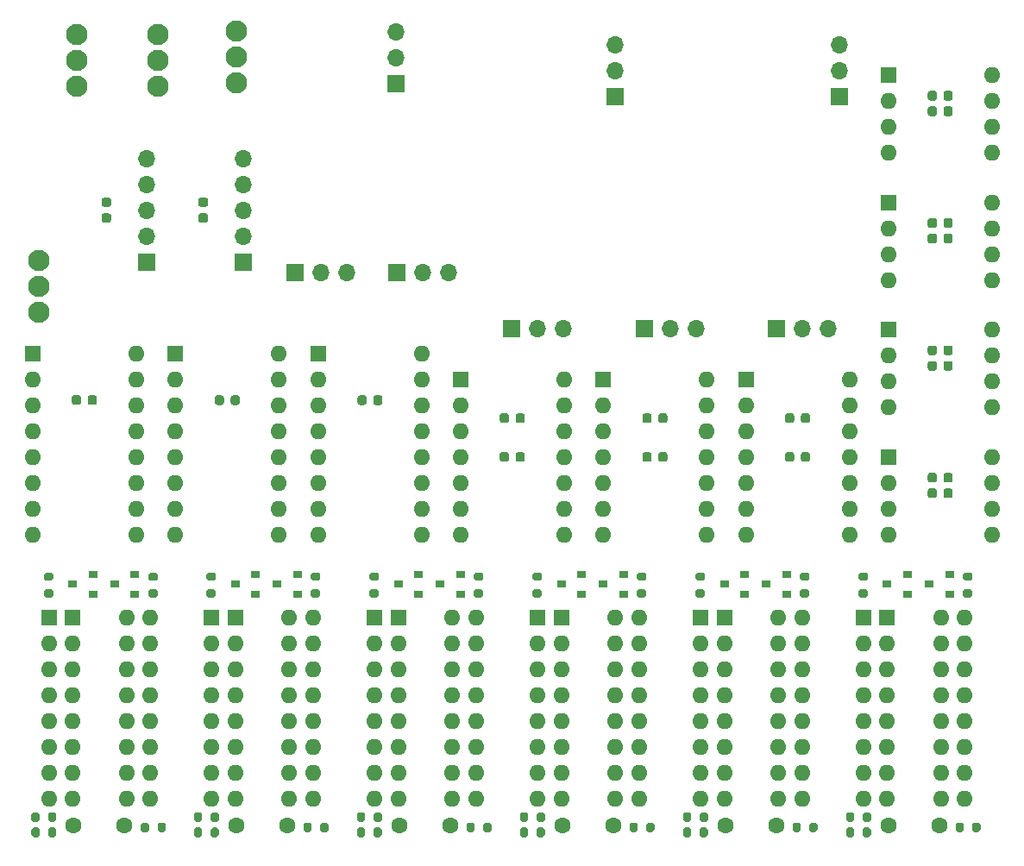
<source format=gbr>
%TF.GenerationSoftware,KiCad,Pcbnew,5.1.10-88a1d61d58~88~ubuntu18.04.1*%
%TF.CreationDate,2021-06-05T11:20:38+02:00*%
%TF.ProjectId,panel2,70616e65-6c32-42e6-9b69-6361645f7063,rev?*%
%TF.SameCoordinates,Original*%
%TF.FileFunction,Soldermask,Bot*%
%TF.FilePolarity,Negative*%
%FSLAX46Y46*%
G04 Gerber Fmt 4.6, Leading zero omitted, Abs format (unit mm)*
G04 Created by KiCad (PCBNEW 5.1.10-88a1d61d58~88~ubuntu18.04.1) date 2021-06-05 11:20:38*
%MOMM*%
%LPD*%
G01*
G04 APERTURE LIST*
%ADD10C,2.100000*%
%ADD11O,1.700000X1.700000*%
%ADD12R,1.700000X1.700000*%
%ADD13O,1.600000X1.600000*%
%ADD14R,1.600000X1.600000*%
%ADD15C,1.600000*%
%ADD16R,0.900000X0.800000*%
G04 APERTURE END LIST*
D10*
%TO.C,23*%
X101666000Y-68104000D03*
X101666000Y-65564000D03*
X101666000Y-63024000D03*
%TD*%
%TO.C,23*%
X105334000Y-40896000D03*
X105334000Y-43436000D03*
X105334000Y-45976000D03*
%TD*%
%TO.C,23*%
X113334000Y-40896000D03*
X113334000Y-43436000D03*
X113334000Y-45976000D03*
%TD*%
D11*
%TO.C,REF\u002A\u002A*%
X112200000Y-53040000D03*
X112200000Y-55580000D03*
X112200000Y-58120000D03*
X112200000Y-60660000D03*
D12*
X112200000Y-63200000D03*
%TD*%
%TO.C, *%
G36*
G01*
X108013000Y-58445000D02*
X108513000Y-58445000D01*
G75*
G02*
X108738000Y-58670000I0J-225000D01*
G01*
X108738000Y-59120000D01*
G75*
G02*
X108513000Y-59345000I-225000J0D01*
G01*
X108013000Y-59345000D01*
G75*
G02*
X107788000Y-59120000I0J225000D01*
G01*
X107788000Y-58670000D01*
G75*
G02*
X108013000Y-58445000I225000J0D01*
G01*
G37*
G36*
G01*
X108013000Y-56895000D02*
X108513000Y-56895000D01*
G75*
G02*
X108738000Y-57120000I0J-225000D01*
G01*
X108738000Y-57570000D01*
G75*
G02*
X108513000Y-57795000I-225000J0D01*
G01*
X108013000Y-57795000D01*
G75*
G02*
X107788000Y-57570000I0J225000D01*
G01*
X107788000Y-57120000D01*
G75*
G02*
X108013000Y-56895000I225000J0D01*
G01*
G37*
%TD*%
D11*
%TO.C,REF\u002A\u002A*%
X121700000Y-53040000D03*
X121700000Y-55580000D03*
X121700000Y-58120000D03*
X121700000Y-60660000D03*
D12*
X121700000Y-63200000D03*
%TD*%
%TO.C, *%
G36*
G01*
X117513000Y-58445000D02*
X118013000Y-58445000D01*
G75*
G02*
X118238000Y-58670000I0J-225000D01*
G01*
X118238000Y-59120000D01*
G75*
G02*
X118013000Y-59345000I-225000J0D01*
G01*
X117513000Y-59345000D01*
G75*
G02*
X117288000Y-59120000I0J225000D01*
G01*
X117288000Y-58670000D01*
G75*
G02*
X117513000Y-58445000I225000J0D01*
G01*
G37*
G36*
G01*
X117513000Y-56895000D02*
X118013000Y-56895000D01*
G75*
G02*
X118238000Y-57120000I0J-225000D01*
G01*
X118238000Y-57570000D01*
G75*
G02*
X118013000Y-57795000I-225000J0D01*
G01*
X117513000Y-57795000D01*
G75*
G02*
X117288000Y-57570000I0J225000D01*
G01*
X117288000Y-57120000D01*
G75*
G02*
X117513000Y-56895000I225000J0D01*
G01*
G37*
%TD*%
D11*
%TO.C,MAF*%
X136722000Y-40642000D03*
X136722000Y-43182000D03*
D12*
X136722000Y-45722000D03*
%TD*%
D11*
%TO.C,MAF*%
X131858000Y-64222000D03*
X129318000Y-64222000D03*
D12*
X126778000Y-64222000D03*
%TD*%
D11*
%TO.C,MAF*%
X141858000Y-64222000D03*
X139318000Y-64222000D03*
D12*
X136778000Y-64222000D03*
%TD*%
D11*
%TO.C,D2PAK*%
X158222000Y-41872000D03*
X158222000Y-44412000D03*
D12*
X158222000Y-46952000D03*
%TD*%
D11*
%TO.C,D2PAK*%
X180222000Y-41872000D03*
X180222000Y-44412000D03*
D12*
X180222000Y-46952000D03*
%TD*%
D11*
%TO.C,D2PAK*%
X153128000Y-69722000D03*
X150588000Y-69722000D03*
D12*
X148048000Y-69722000D03*
%TD*%
D11*
%TO.C,D2PAK*%
X166128000Y-69722000D03*
X163588000Y-69722000D03*
D12*
X161048000Y-69722000D03*
%TD*%
D11*
%TO.C,D2PAK*%
X179128000Y-69722000D03*
X176588000Y-69722000D03*
D12*
X174048000Y-69722000D03*
%TD*%
D13*
%TO.C,MAF*%
X195176000Y-44856000D03*
X185016000Y-52476000D03*
X195176000Y-47396000D03*
X185016000Y-49936000D03*
X195176000Y-49936000D03*
X185016000Y-47396000D03*
X195176000Y-52476000D03*
D14*
X185016000Y-44856000D03*
%TD*%
%TO.C,OPAMP*%
G36*
G01*
X190421000Y-48662000D02*
X190421000Y-48162000D01*
G75*
G02*
X190646000Y-47937000I225000J0D01*
G01*
X191096000Y-47937000D01*
G75*
G02*
X191321000Y-48162000I0J-225000D01*
G01*
X191321000Y-48662000D01*
G75*
G02*
X191096000Y-48887000I-225000J0D01*
G01*
X190646000Y-48887000D01*
G75*
G02*
X190421000Y-48662000I0J225000D01*
G01*
G37*
G36*
G01*
X188871000Y-48662000D02*
X188871000Y-48162000D01*
G75*
G02*
X189096000Y-47937000I225000J0D01*
G01*
X189546000Y-47937000D01*
G75*
G02*
X189771000Y-48162000I0J-225000D01*
G01*
X189771000Y-48662000D01*
G75*
G02*
X189546000Y-48887000I-225000J0D01*
G01*
X189096000Y-48887000D01*
G75*
G02*
X188871000Y-48662000I0J225000D01*
G01*
G37*
%TD*%
%TO.C,IC*%
G36*
G01*
X190421000Y-47138000D02*
X190421000Y-46638000D01*
G75*
G02*
X190646000Y-46413000I225000J0D01*
G01*
X191096000Y-46413000D01*
G75*
G02*
X191321000Y-46638000I0J-225000D01*
G01*
X191321000Y-47138000D01*
G75*
G02*
X191096000Y-47363000I-225000J0D01*
G01*
X190646000Y-47363000D01*
G75*
G02*
X190421000Y-47138000I0J225000D01*
G01*
G37*
G36*
G01*
X188871000Y-47138000D02*
X188871000Y-46638000D01*
G75*
G02*
X189096000Y-46413000I225000J0D01*
G01*
X189546000Y-46413000D01*
G75*
G02*
X189771000Y-46638000I0J-225000D01*
G01*
X189771000Y-47138000D01*
G75*
G02*
X189546000Y-47363000I-225000J0D01*
G01*
X189096000Y-47363000D01*
G75*
G02*
X188871000Y-47138000I0J225000D01*
G01*
G37*
%TD*%
D13*
%TO.C,MAF*%
X195176000Y-57356000D03*
X185016000Y-64976000D03*
X195176000Y-59896000D03*
X185016000Y-62436000D03*
X195176000Y-62436000D03*
X185016000Y-59896000D03*
X195176000Y-64976000D03*
D14*
X185016000Y-57356000D03*
%TD*%
%TO.C,OPAMP*%
G36*
G01*
X190421000Y-61162000D02*
X190421000Y-60662000D01*
G75*
G02*
X190646000Y-60437000I225000J0D01*
G01*
X191096000Y-60437000D01*
G75*
G02*
X191321000Y-60662000I0J-225000D01*
G01*
X191321000Y-61162000D01*
G75*
G02*
X191096000Y-61387000I-225000J0D01*
G01*
X190646000Y-61387000D01*
G75*
G02*
X190421000Y-61162000I0J225000D01*
G01*
G37*
G36*
G01*
X188871000Y-61162000D02*
X188871000Y-60662000D01*
G75*
G02*
X189096000Y-60437000I225000J0D01*
G01*
X189546000Y-60437000D01*
G75*
G02*
X189771000Y-60662000I0J-225000D01*
G01*
X189771000Y-61162000D01*
G75*
G02*
X189546000Y-61387000I-225000J0D01*
G01*
X189096000Y-61387000D01*
G75*
G02*
X188871000Y-61162000I0J225000D01*
G01*
G37*
%TD*%
%TO.C,IC*%
G36*
G01*
X190421000Y-59638000D02*
X190421000Y-59138000D01*
G75*
G02*
X190646000Y-58913000I225000J0D01*
G01*
X191096000Y-58913000D01*
G75*
G02*
X191321000Y-59138000I0J-225000D01*
G01*
X191321000Y-59638000D01*
G75*
G02*
X191096000Y-59863000I-225000J0D01*
G01*
X190646000Y-59863000D01*
G75*
G02*
X190421000Y-59638000I0J225000D01*
G01*
G37*
G36*
G01*
X188871000Y-59638000D02*
X188871000Y-59138000D01*
G75*
G02*
X189096000Y-58913000I225000J0D01*
G01*
X189546000Y-58913000D01*
G75*
G02*
X189771000Y-59138000I0J-225000D01*
G01*
X189771000Y-59638000D01*
G75*
G02*
X189546000Y-59863000I-225000J0D01*
G01*
X189096000Y-59863000D01*
G75*
G02*
X188871000Y-59638000I0J225000D01*
G01*
G37*
%TD*%
D13*
%TO.C,MAF*%
X195176000Y-69856000D03*
X185016000Y-77476000D03*
X195176000Y-72396000D03*
X185016000Y-74936000D03*
X195176000Y-74936000D03*
X185016000Y-72396000D03*
X195176000Y-77476000D03*
D14*
X185016000Y-69856000D03*
%TD*%
%TO.C,OPAMP*%
G36*
G01*
X190421000Y-73662000D02*
X190421000Y-73162000D01*
G75*
G02*
X190646000Y-72937000I225000J0D01*
G01*
X191096000Y-72937000D01*
G75*
G02*
X191321000Y-73162000I0J-225000D01*
G01*
X191321000Y-73662000D01*
G75*
G02*
X191096000Y-73887000I-225000J0D01*
G01*
X190646000Y-73887000D01*
G75*
G02*
X190421000Y-73662000I0J225000D01*
G01*
G37*
G36*
G01*
X188871000Y-73662000D02*
X188871000Y-73162000D01*
G75*
G02*
X189096000Y-72937000I225000J0D01*
G01*
X189546000Y-72937000D01*
G75*
G02*
X189771000Y-73162000I0J-225000D01*
G01*
X189771000Y-73662000D01*
G75*
G02*
X189546000Y-73887000I-225000J0D01*
G01*
X189096000Y-73887000D01*
G75*
G02*
X188871000Y-73662000I0J225000D01*
G01*
G37*
%TD*%
%TO.C,IC*%
G36*
G01*
X190421000Y-72138000D02*
X190421000Y-71638000D01*
G75*
G02*
X190646000Y-71413000I225000J0D01*
G01*
X191096000Y-71413000D01*
G75*
G02*
X191321000Y-71638000I0J-225000D01*
G01*
X191321000Y-72138000D01*
G75*
G02*
X191096000Y-72363000I-225000J0D01*
G01*
X190646000Y-72363000D01*
G75*
G02*
X190421000Y-72138000I0J225000D01*
G01*
G37*
G36*
G01*
X188871000Y-72138000D02*
X188871000Y-71638000D01*
G75*
G02*
X189096000Y-71413000I225000J0D01*
G01*
X189546000Y-71413000D01*
G75*
G02*
X189771000Y-71638000I0J-225000D01*
G01*
X189771000Y-72138000D01*
G75*
G02*
X189546000Y-72363000I-225000J0D01*
G01*
X189096000Y-72363000D01*
G75*
G02*
X188871000Y-72138000I0J225000D01*
G01*
G37*
%TD*%
D13*
%TO.C,MAF*%
X195176000Y-82356000D03*
X185016000Y-89976000D03*
X195176000Y-84896000D03*
X185016000Y-87436000D03*
X195176000Y-87436000D03*
X185016000Y-84896000D03*
X195176000Y-89976000D03*
D14*
X185016000Y-82356000D03*
%TD*%
%TO.C,OPAMP*%
G36*
G01*
X190421000Y-86162000D02*
X190421000Y-85662000D01*
G75*
G02*
X190646000Y-85437000I225000J0D01*
G01*
X191096000Y-85437000D01*
G75*
G02*
X191321000Y-85662000I0J-225000D01*
G01*
X191321000Y-86162000D01*
G75*
G02*
X191096000Y-86387000I-225000J0D01*
G01*
X190646000Y-86387000D01*
G75*
G02*
X190421000Y-86162000I0J225000D01*
G01*
G37*
G36*
G01*
X188871000Y-86162000D02*
X188871000Y-85662000D01*
G75*
G02*
X189096000Y-85437000I225000J0D01*
G01*
X189546000Y-85437000D01*
G75*
G02*
X189771000Y-85662000I0J-225000D01*
G01*
X189771000Y-86162000D01*
G75*
G02*
X189546000Y-86387000I-225000J0D01*
G01*
X189096000Y-86387000D01*
G75*
G02*
X188871000Y-86162000I0J225000D01*
G01*
G37*
%TD*%
%TO.C,IC*%
G36*
G01*
X190421000Y-84638000D02*
X190421000Y-84138000D01*
G75*
G02*
X190646000Y-83913000I225000J0D01*
G01*
X191096000Y-83913000D01*
G75*
G02*
X191321000Y-84138000I0J-225000D01*
G01*
X191321000Y-84638000D01*
G75*
G02*
X191096000Y-84863000I-225000J0D01*
G01*
X190646000Y-84863000D01*
G75*
G02*
X190421000Y-84638000I0J225000D01*
G01*
G37*
G36*
G01*
X188871000Y-84638000D02*
X188871000Y-84138000D01*
G75*
G02*
X189096000Y-83913000I225000J0D01*
G01*
X189546000Y-83913000D01*
G75*
G02*
X189771000Y-84138000I0J-225000D01*
G01*
X189771000Y-84638000D01*
G75*
G02*
X189546000Y-84863000I-225000J0D01*
G01*
X189096000Y-84863000D01*
G75*
G02*
X188871000Y-84638000I0J225000D01*
G01*
G37*
%TD*%
%TO.C,REF\u002A\u002A*%
G36*
G01*
X176421000Y-82606000D02*
X176421000Y-82106000D01*
G75*
G02*
X176646000Y-81881000I225000J0D01*
G01*
X177096000Y-81881000D01*
G75*
G02*
X177321000Y-82106000I0J-225000D01*
G01*
X177321000Y-82606000D01*
G75*
G02*
X177096000Y-82831000I-225000J0D01*
G01*
X176646000Y-82831000D01*
G75*
G02*
X176421000Y-82606000I0J225000D01*
G01*
G37*
G36*
G01*
X174871000Y-82606000D02*
X174871000Y-82106000D01*
G75*
G02*
X175096000Y-81881000I225000J0D01*
G01*
X175546000Y-81881000D01*
G75*
G02*
X175771000Y-82106000I0J-225000D01*
G01*
X175771000Y-82606000D01*
G75*
G02*
X175546000Y-82831000I-225000J0D01*
G01*
X175096000Y-82831000D01*
G75*
G02*
X174871000Y-82606000I0J225000D01*
G01*
G37*
%TD*%
D13*
%TO.C,MAF*%
X181176000Y-74736000D03*
X171016000Y-89976000D03*
X181176000Y-77276000D03*
X171016000Y-87436000D03*
X181176000Y-79816000D03*
X171016000Y-84896000D03*
X181176000Y-82356000D03*
X171016000Y-82356000D03*
X181176000Y-84896000D03*
X171016000Y-79816000D03*
X181176000Y-87436000D03*
X171016000Y-77276000D03*
X181176000Y-89976000D03*
D14*
X171016000Y-74736000D03*
%TD*%
%TO.C,REF\u002A\u002A*%
G36*
G01*
X176421000Y-78796000D02*
X176421000Y-78296000D01*
G75*
G02*
X176646000Y-78071000I225000J0D01*
G01*
X177096000Y-78071000D01*
G75*
G02*
X177321000Y-78296000I0J-225000D01*
G01*
X177321000Y-78796000D01*
G75*
G02*
X177096000Y-79021000I-225000J0D01*
G01*
X176646000Y-79021000D01*
G75*
G02*
X176421000Y-78796000I0J225000D01*
G01*
G37*
G36*
G01*
X174871000Y-78796000D02*
X174871000Y-78296000D01*
G75*
G02*
X175096000Y-78071000I225000J0D01*
G01*
X175546000Y-78071000D01*
G75*
G02*
X175771000Y-78296000I0J-225000D01*
G01*
X175771000Y-78796000D01*
G75*
G02*
X175546000Y-79021000I-225000J0D01*
G01*
X175096000Y-79021000D01*
G75*
G02*
X174871000Y-78796000I0J225000D01*
G01*
G37*
%TD*%
%TO.C,REF\u002A\u002A*%
G36*
G01*
X162421000Y-82606000D02*
X162421000Y-82106000D01*
G75*
G02*
X162646000Y-81881000I225000J0D01*
G01*
X163096000Y-81881000D01*
G75*
G02*
X163321000Y-82106000I0J-225000D01*
G01*
X163321000Y-82606000D01*
G75*
G02*
X163096000Y-82831000I-225000J0D01*
G01*
X162646000Y-82831000D01*
G75*
G02*
X162421000Y-82606000I0J225000D01*
G01*
G37*
G36*
G01*
X160871000Y-82606000D02*
X160871000Y-82106000D01*
G75*
G02*
X161096000Y-81881000I225000J0D01*
G01*
X161546000Y-81881000D01*
G75*
G02*
X161771000Y-82106000I0J-225000D01*
G01*
X161771000Y-82606000D01*
G75*
G02*
X161546000Y-82831000I-225000J0D01*
G01*
X161096000Y-82831000D01*
G75*
G02*
X160871000Y-82606000I0J225000D01*
G01*
G37*
%TD*%
D13*
%TO.C,MAF*%
X167176000Y-74736000D03*
X157016000Y-89976000D03*
X167176000Y-77276000D03*
X157016000Y-87436000D03*
X167176000Y-79816000D03*
X157016000Y-84896000D03*
X167176000Y-82356000D03*
X157016000Y-82356000D03*
X167176000Y-84896000D03*
X157016000Y-79816000D03*
X167176000Y-87436000D03*
X157016000Y-77276000D03*
X167176000Y-89976000D03*
D14*
X157016000Y-74736000D03*
%TD*%
%TO.C,REF\u002A\u002A*%
G36*
G01*
X162421000Y-78796000D02*
X162421000Y-78296000D01*
G75*
G02*
X162646000Y-78071000I225000J0D01*
G01*
X163096000Y-78071000D01*
G75*
G02*
X163321000Y-78296000I0J-225000D01*
G01*
X163321000Y-78796000D01*
G75*
G02*
X163096000Y-79021000I-225000J0D01*
G01*
X162646000Y-79021000D01*
G75*
G02*
X162421000Y-78796000I0J225000D01*
G01*
G37*
G36*
G01*
X160871000Y-78796000D02*
X160871000Y-78296000D01*
G75*
G02*
X161096000Y-78071000I225000J0D01*
G01*
X161546000Y-78071000D01*
G75*
G02*
X161771000Y-78296000I0J-225000D01*
G01*
X161771000Y-78796000D01*
G75*
G02*
X161546000Y-79021000I-225000J0D01*
G01*
X161096000Y-79021000D01*
G75*
G02*
X160871000Y-78796000I0J225000D01*
G01*
G37*
%TD*%
%TO.C,REF\u002A\u002A*%
G36*
G01*
X148421000Y-82606000D02*
X148421000Y-82106000D01*
G75*
G02*
X148646000Y-81881000I225000J0D01*
G01*
X149096000Y-81881000D01*
G75*
G02*
X149321000Y-82106000I0J-225000D01*
G01*
X149321000Y-82606000D01*
G75*
G02*
X149096000Y-82831000I-225000J0D01*
G01*
X148646000Y-82831000D01*
G75*
G02*
X148421000Y-82606000I0J225000D01*
G01*
G37*
G36*
G01*
X146871000Y-82606000D02*
X146871000Y-82106000D01*
G75*
G02*
X147096000Y-81881000I225000J0D01*
G01*
X147546000Y-81881000D01*
G75*
G02*
X147771000Y-82106000I0J-225000D01*
G01*
X147771000Y-82606000D01*
G75*
G02*
X147546000Y-82831000I-225000J0D01*
G01*
X147096000Y-82831000D01*
G75*
G02*
X146871000Y-82606000I0J225000D01*
G01*
G37*
%TD*%
D13*
%TO.C,MAF*%
X153176000Y-74736000D03*
X143016000Y-89976000D03*
X153176000Y-77276000D03*
X143016000Y-87436000D03*
X153176000Y-79816000D03*
X143016000Y-84896000D03*
X153176000Y-82356000D03*
X143016000Y-82356000D03*
X153176000Y-84896000D03*
X143016000Y-79816000D03*
X153176000Y-87436000D03*
X143016000Y-77276000D03*
X153176000Y-89976000D03*
D14*
X143016000Y-74736000D03*
%TD*%
%TO.C,REF\u002A\u002A*%
G36*
G01*
X148421000Y-78796000D02*
X148421000Y-78296000D01*
G75*
G02*
X148646000Y-78071000I225000J0D01*
G01*
X149096000Y-78071000D01*
G75*
G02*
X149321000Y-78296000I0J-225000D01*
G01*
X149321000Y-78796000D01*
G75*
G02*
X149096000Y-79021000I-225000J0D01*
G01*
X148646000Y-79021000D01*
G75*
G02*
X148421000Y-78796000I0J225000D01*
G01*
G37*
G36*
G01*
X146871000Y-78796000D02*
X146871000Y-78296000D01*
G75*
G02*
X147096000Y-78071000I225000J0D01*
G01*
X147546000Y-78071000D01*
G75*
G02*
X147771000Y-78296000I0J-225000D01*
G01*
X147771000Y-78796000D01*
G75*
G02*
X147546000Y-79021000I-225000J0D01*
G01*
X147096000Y-79021000D01*
G75*
G02*
X146871000Y-78796000I0J225000D01*
G01*
G37*
%TD*%
%TO.C,MAF*%
X129050000Y-72200000D03*
D13*
X139210000Y-89980000D03*
X129050000Y-74740000D03*
X139210000Y-87440000D03*
X129050000Y-77280000D03*
X139210000Y-84900000D03*
X129050000Y-79820000D03*
X139210000Y-82360000D03*
X129050000Y-82360000D03*
X139210000Y-79820000D03*
X129050000Y-84900000D03*
X139210000Y-77280000D03*
X129050000Y-87440000D03*
X139210000Y-74740000D03*
X129050000Y-89980000D03*
X139210000Y-72200000D03*
%TD*%
%TO.C,IC*%
G36*
G01*
X132905000Y-77022000D02*
X132905000Y-76522000D01*
G75*
G02*
X133130000Y-76297000I225000J0D01*
G01*
X133580000Y-76297000D01*
G75*
G02*
X133805000Y-76522000I0J-225000D01*
G01*
X133805000Y-77022000D01*
G75*
G02*
X133580000Y-77247000I-225000J0D01*
G01*
X133130000Y-77247000D01*
G75*
G02*
X132905000Y-77022000I0J225000D01*
G01*
G37*
G36*
G01*
X134455000Y-77022000D02*
X134455000Y-76522000D01*
G75*
G02*
X134680000Y-76297000I225000J0D01*
G01*
X135130000Y-76297000D01*
G75*
G02*
X135355000Y-76522000I0J-225000D01*
G01*
X135355000Y-77022000D01*
G75*
G02*
X135130000Y-77247000I-225000J0D01*
G01*
X134680000Y-77247000D01*
G75*
G02*
X134455000Y-77022000I0J225000D01*
G01*
G37*
%TD*%
D14*
%TO.C,MAF*%
X115050000Y-72200000D03*
D13*
X125210000Y-89980000D03*
X115050000Y-74740000D03*
X125210000Y-87440000D03*
X115050000Y-77280000D03*
X125210000Y-84900000D03*
X115050000Y-79820000D03*
X125210000Y-82360000D03*
X115050000Y-82360000D03*
X125210000Y-79820000D03*
X115050000Y-84900000D03*
X125210000Y-77280000D03*
X115050000Y-87440000D03*
X125210000Y-74740000D03*
X115050000Y-89980000D03*
X125210000Y-72200000D03*
%TD*%
%TO.C,IC*%
G36*
G01*
X118905000Y-77022000D02*
X118905000Y-76522000D01*
G75*
G02*
X119130000Y-76297000I225000J0D01*
G01*
X119580000Y-76297000D01*
G75*
G02*
X119805000Y-76522000I0J-225000D01*
G01*
X119805000Y-77022000D01*
G75*
G02*
X119580000Y-77247000I-225000J0D01*
G01*
X119130000Y-77247000D01*
G75*
G02*
X118905000Y-77022000I0J225000D01*
G01*
G37*
G36*
G01*
X120455000Y-77022000D02*
X120455000Y-76522000D01*
G75*
G02*
X120680000Y-76297000I225000J0D01*
G01*
X121130000Y-76297000D01*
G75*
G02*
X121355000Y-76522000I0J-225000D01*
G01*
X121355000Y-77022000D01*
G75*
G02*
X121130000Y-77247000I-225000J0D01*
G01*
X120680000Y-77247000D01*
G75*
G02*
X120455000Y-77022000I0J225000D01*
G01*
G37*
%TD*%
%TO.C,MAF*%
X111176000Y-72196000D03*
X101016000Y-89976000D03*
X111176000Y-74736000D03*
X101016000Y-87436000D03*
X111176000Y-77276000D03*
X101016000Y-84896000D03*
X111176000Y-79816000D03*
X101016000Y-82356000D03*
X111176000Y-82356000D03*
X101016000Y-79816000D03*
X111176000Y-84896000D03*
X101016000Y-77276000D03*
X111176000Y-87436000D03*
X101016000Y-74736000D03*
X111176000Y-89976000D03*
D14*
X101016000Y-72196000D03*
%TD*%
%TO.C,IC*%
G36*
G01*
X106421000Y-77018000D02*
X106421000Y-76518000D01*
G75*
G02*
X106646000Y-76293000I225000J0D01*
G01*
X107096000Y-76293000D01*
G75*
G02*
X107321000Y-76518000I0J-225000D01*
G01*
X107321000Y-77018000D01*
G75*
G02*
X107096000Y-77243000I-225000J0D01*
G01*
X106646000Y-77243000D01*
G75*
G02*
X106421000Y-77018000I0J225000D01*
G01*
G37*
G36*
G01*
X104871000Y-77018000D02*
X104871000Y-76518000D01*
G75*
G02*
X105096000Y-76293000I225000J0D01*
G01*
X105546000Y-76293000D01*
G75*
G02*
X105771000Y-76518000I0J-225000D01*
G01*
X105771000Y-77018000D01*
G75*
G02*
X105546000Y-77243000I-225000J0D01*
G01*
X105096000Y-77243000D01*
G75*
G02*
X104871000Y-77018000I0J225000D01*
G01*
G37*
%TD*%
D10*
%TO.C,23*%
X121010000Y-45656000D03*
X121010000Y-43116000D03*
X121010000Y-40576000D03*
%TD*%
%TO.C,R107*%
G36*
G01*
X192400000Y-118425000D02*
X192400000Y-118975000D01*
G75*
G02*
X192200000Y-119175000I-200000J0D01*
G01*
X191800000Y-119175000D01*
G75*
G02*
X191600000Y-118975000I0J200000D01*
G01*
X191600000Y-118425000D01*
G75*
G02*
X191800000Y-118225000I200000J0D01*
G01*
X192200000Y-118225000D01*
G75*
G02*
X192400000Y-118425000I0J-200000D01*
G01*
G37*
G36*
G01*
X194050000Y-118425000D02*
X194050000Y-118975000D01*
G75*
G02*
X193850000Y-119175000I-200000J0D01*
G01*
X193450000Y-119175000D01*
G75*
G02*
X193250000Y-118975000I0J200000D01*
G01*
X193250000Y-118425000D01*
G75*
G02*
X193450000Y-118225000I200000J0D01*
G01*
X193850000Y-118225000D01*
G75*
G02*
X194050000Y-118425000I0J-200000D01*
G01*
G37*
%TD*%
%TO.C,R102*%
G36*
G01*
X193075000Y-94500000D02*
X192525000Y-94500000D01*
G75*
G02*
X192325000Y-94300000I0J200000D01*
G01*
X192325000Y-93900000D01*
G75*
G02*
X192525000Y-93700000I200000J0D01*
G01*
X193075000Y-93700000D01*
G75*
G02*
X193275000Y-93900000I0J-200000D01*
G01*
X193275000Y-94300000D01*
G75*
G02*
X193075000Y-94500000I-200000J0D01*
G01*
G37*
G36*
G01*
X193075000Y-96150000D02*
X192525000Y-96150000D01*
G75*
G02*
X192325000Y-95950000I0J200000D01*
G01*
X192325000Y-95550000D01*
G75*
G02*
X192525000Y-95350000I200000J0D01*
G01*
X193075000Y-95350000D01*
G75*
G02*
X193275000Y-95550000I0J-200000D01*
G01*
X193275000Y-95950000D01*
G75*
G02*
X193075000Y-96150000I-200000J0D01*
G01*
G37*
%TD*%
D13*
%TO.C,U102*%
X192520000Y-98100000D03*
X184900000Y-115880000D03*
X192520000Y-100640000D03*
X184900000Y-113340000D03*
X192520000Y-103180000D03*
X184900000Y-110800000D03*
X192520000Y-105720000D03*
X184900000Y-108260000D03*
X192520000Y-108260000D03*
X184900000Y-105720000D03*
X192520000Y-110800000D03*
X184900000Y-103180000D03*
X192520000Y-113340000D03*
X184900000Y-100640000D03*
X192520000Y-115880000D03*
D14*
X184900000Y-98100000D03*
%TD*%
%TO.C,R108*%
G36*
G01*
X182825000Y-94500000D02*
X182275000Y-94500000D01*
G75*
G02*
X182075000Y-94300000I0J200000D01*
G01*
X182075000Y-93900000D01*
G75*
G02*
X182275000Y-93700000I200000J0D01*
G01*
X182825000Y-93700000D01*
G75*
G02*
X183025000Y-93900000I0J-200000D01*
G01*
X183025000Y-94300000D01*
G75*
G02*
X182825000Y-94500000I-200000J0D01*
G01*
G37*
G36*
G01*
X182825000Y-96150000D02*
X182275000Y-96150000D01*
G75*
G02*
X182075000Y-95950000I0J200000D01*
G01*
X182075000Y-95550000D01*
G75*
G02*
X182275000Y-95350000I200000J0D01*
G01*
X182825000Y-95350000D01*
G75*
G02*
X183025000Y-95550000I0J-200000D01*
G01*
X183025000Y-95950000D01*
G75*
G02*
X182825000Y-96150000I-200000J0D01*
G01*
G37*
%TD*%
D13*
%TO.C,U101*%
X190220000Y-98100000D03*
X182600000Y-115880000D03*
X190220000Y-100640000D03*
X182600000Y-113340000D03*
X190220000Y-103180000D03*
X182600000Y-110800000D03*
X190220000Y-105720000D03*
X182600000Y-108260000D03*
X190220000Y-108260000D03*
X182600000Y-105720000D03*
X190220000Y-110800000D03*
X182600000Y-103180000D03*
X190220000Y-113340000D03*
X182600000Y-100640000D03*
X190220000Y-115880000D03*
D14*
X182600000Y-98100000D03*
%TD*%
%TO.C,R101*%
G36*
G01*
X180850000Y-117975000D02*
X180850000Y-117425000D01*
G75*
G02*
X181050000Y-117225000I200000J0D01*
G01*
X181450000Y-117225000D01*
G75*
G02*
X181650000Y-117425000I0J-200000D01*
G01*
X181650000Y-117975000D01*
G75*
G02*
X181450000Y-118175000I-200000J0D01*
G01*
X181050000Y-118175000D01*
G75*
G02*
X180850000Y-117975000I0J200000D01*
G01*
G37*
G36*
G01*
X182500000Y-117975000D02*
X182500000Y-117425000D01*
G75*
G02*
X182700000Y-117225000I200000J0D01*
G01*
X183100000Y-117225000D01*
G75*
G02*
X183300000Y-117425000I0J-200000D01*
G01*
X183300000Y-117975000D01*
G75*
G02*
X183100000Y-118175000I-200000J0D01*
G01*
X182700000Y-118175000D01*
G75*
G02*
X182500000Y-117975000I0J200000D01*
G01*
G37*
%TD*%
D15*
%TO.C,C101*%
X185000000Y-118500000D03*
X190000000Y-118500000D03*
%TD*%
%TO.C,R103*%
G36*
G01*
X182500000Y-119475000D02*
X182500000Y-118925000D01*
G75*
G02*
X182700000Y-118725000I200000J0D01*
G01*
X183100000Y-118725000D01*
G75*
G02*
X183300000Y-118925000I0J-200000D01*
G01*
X183300000Y-119475000D01*
G75*
G02*
X183100000Y-119675000I-200000J0D01*
G01*
X182700000Y-119675000D01*
G75*
G02*
X182500000Y-119475000I0J200000D01*
G01*
G37*
G36*
G01*
X180850000Y-119475000D02*
X180850000Y-118925000D01*
G75*
G02*
X181050000Y-118725000I200000J0D01*
G01*
X181450000Y-118725000D01*
G75*
G02*
X181650000Y-118925000I0J-200000D01*
G01*
X181650000Y-119475000D01*
G75*
G02*
X181450000Y-119675000I-200000J0D01*
G01*
X181050000Y-119675000D01*
G75*
G02*
X180850000Y-119475000I0J200000D01*
G01*
G37*
%TD*%
D16*
%TO.C,Q101*%
X189000000Y-94850000D03*
X191000000Y-95800000D03*
X191000000Y-93900000D03*
%TD*%
%TO.C,Q104*%
X184900000Y-94850000D03*
X186900000Y-95800000D03*
X186900000Y-93900000D03*
%TD*%
%TO.C,R107*%
G36*
G01*
X176400000Y-118425000D02*
X176400000Y-118975000D01*
G75*
G02*
X176200000Y-119175000I-200000J0D01*
G01*
X175800000Y-119175000D01*
G75*
G02*
X175600000Y-118975000I0J200000D01*
G01*
X175600000Y-118425000D01*
G75*
G02*
X175800000Y-118225000I200000J0D01*
G01*
X176200000Y-118225000D01*
G75*
G02*
X176400000Y-118425000I0J-200000D01*
G01*
G37*
G36*
G01*
X178050000Y-118425000D02*
X178050000Y-118975000D01*
G75*
G02*
X177850000Y-119175000I-200000J0D01*
G01*
X177450000Y-119175000D01*
G75*
G02*
X177250000Y-118975000I0J200000D01*
G01*
X177250000Y-118425000D01*
G75*
G02*
X177450000Y-118225000I200000J0D01*
G01*
X177850000Y-118225000D01*
G75*
G02*
X178050000Y-118425000I0J-200000D01*
G01*
G37*
%TD*%
%TO.C,R102*%
G36*
G01*
X177075000Y-94500000D02*
X176525000Y-94500000D01*
G75*
G02*
X176325000Y-94300000I0J200000D01*
G01*
X176325000Y-93900000D01*
G75*
G02*
X176525000Y-93700000I200000J0D01*
G01*
X177075000Y-93700000D01*
G75*
G02*
X177275000Y-93900000I0J-200000D01*
G01*
X177275000Y-94300000D01*
G75*
G02*
X177075000Y-94500000I-200000J0D01*
G01*
G37*
G36*
G01*
X177075000Y-96150000D02*
X176525000Y-96150000D01*
G75*
G02*
X176325000Y-95950000I0J200000D01*
G01*
X176325000Y-95550000D01*
G75*
G02*
X176525000Y-95350000I200000J0D01*
G01*
X177075000Y-95350000D01*
G75*
G02*
X177275000Y-95550000I0J-200000D01*
G01*
X177275000Y-95950000D01*
G75*
G02*
X177075000Y-96150000I-200000J0D01*
G01*
G37*
%TD*%
D13*
%TO.C,U102*%
X176520000Y-98100000D03*
X168900000Y-115880000D03*
X176520000Y-100640000D03*
X168900000Y-113340000D03*
X176520000Y-103180000D03*
X168900000Y-110800000D03*
X176520000Y-105720000D03*
X168900000Y-108260000D03*
X176520000Y-108260000D03*
X168900000Y-105720000D03*
X176520000Y-110800000D03*
X168900000Y-103180000D03*
X176520000Y-113340000D03*
X168900000Y-100640000D03*
X176520000Y-115880000D03*
D14*
X168900000Y-98100000D03*
%TD*%
%TO.C,R108*%
G36*
G01*
X166825000Y-94500000D02*
X166275000Y-94500000D01*
G75*
G02*
X166075000Y-94300000I0J200000D01*
G01*
X166075000Y-93900000D01*
G75*
G02*
X166275000Y-93700000I200000J0D01*
G01*
X166825000Y-93700000D01*
G75*
G02*
X167025000Y-93900000I0J-200000D01*
G01*
X167025000Y-94300000D01*
G75*
G02*
X166825000Y-94500000I-200000J0D01*
G01*
G37*
G36*
G01*
X166825000Y-96150000D02*
X166275000Y-96150000D01*
G75*
G02*
X166075000Y-95950000I0J200000D01*
G01*
X166075000Y-95550000D01*
G75*
G02*
X166275000Y-95350000I200000J0D01*
G01*
X166825000Y-95350000D01*
G75*
G02*
X167025000Y-95550000I0J-200000D01*
G01*
X167025000Y-95950000D01*
G75*
G02*
X166825000Y-96150000I-200000J0D01*
G01*
G37*
%TD*%
D13*
%TO.C,U101*%
X174220000Y-98100000D03*
X166600000Y-115880000D03*
X174220000Y-100640000D03*
X166600000Y-113340000D03*
X174220000Y-103180000D03*
X166600000Y-110800000D03*
X174220000Y-105720000D03*
X166600000Y-108260000D03*
X174220000Y-108260000D03*
X166600000Y-105720000D03*
X174220000Y-110800000D03*
X166600000Y-103180000D03*
X174220000Y-113340000D03*
X166600000Y-100640000D03*
X174220000Y-115880000D03*
D14*
X166600000Y-98100000D03*
%TD*%
%TO.C,R101*%
G36*
G01*
X164850000Y-117975000D02*
X164850000Y-117425000D01*
G75*
G02*
X165050000Y-117225000I200000J0D01*
G01*
X165450000Y-117225000D01*
G75*
G02*
X165650000Y-117425000I0J-200000D01*
G01*
X165650000Y-117975000D01*
G75*
G02*
X165450000Y-118175000I-200000J0D01*
G01*
X165050000Y-118175000D01*
G75*
G02*
X164850000Y-117975000I0J200000D01*
G01*
G37*
G36*
G01*
X166500000Y-117975000D02*
X166500000Y-117425000D01*
G75*
G02*
X166700000Y-117225000I200000J0D01*
G01*
X167100000Y-117225000D01*
G75*
G02*
X167300000Y-117425000I0J-200000D01*
G01*
X167300000Y-117975000D01*
G75*
G02*
X167100000Y-118175000I-200000J0D01*
G01*
X166700000Y-118175000D01*
G75*
G02*
X166500000Y-117975000I0J200000D01*
G01*
G37*
%TD*%
D15*
%TO.C,C101*%
X169000000Y-118500000D03*
X174000000Y-118500000D03*
%TD*%
%TO.C,R103*%
G36*
G01*
X166500000Y-119475000D02*
X166500000Y-118925000D01*
G75*
G02*
X166700000Y-118725000I200000J0D01*
G01*
X167100000Y-118725000D01*
G75*
G02*
X167300000Y-118925000I0J-200000D01*
G01*
X167300000Y-119475000D01*
G75*
G02*
X167100000Y-119675000I-200000J0D01*
G01*
X166700000Y-119675000D01*
G75*
G02*
X166500000Y-119475000I0J200000D01*
G01*
G37*
G36*
G01*
X164850000Y-119475000D02*
X164850000Y-118925000D01*
G75*
G02*
X165050000Y-118725000I200000J0D01*
G01*
X165450000Y-118725000D01*
G75*
G02*
X165650000Y-118925000I0J-200000D01*
G01*
X165650000Y-119475000D01*
G75*
G02*
X165450000Y-119675000I-200000J0D01*
G01*
X165050000Y-119675000D01*
G75*
G02*
X164850000Y-119475000I0J200000D01*
G01*
G37*
%TD*%
D16*
%TO.C,Q101*%
X173000000Y-94850000D03*
X175000000Y-95800000D03*
X175000000Y-93900000D03*
%TD*%
%TO.C,Q104*%
X168900000Y-94850000D03*
X170900000Y-95800000D03*
X170900000Y-93900000D03*
%TD*%
%TO.C,R107*%
G36*
G01*
X160400000Y-118425000D02*
X160400000Y-118975000D01*
G75*
G02*
X160200000Y-119175000I-200000J0D01*
G01*
X159800000Y-119175000D01*
G75*
G02*
X159600000Y-118975000I0J200000D01*
G01*
X159600000Y-118425000D01*
G75*
G02*
X159800000Y-118225000I200000J0D01*
G01*
X160200000Y-118225000D01*
G75*
G02*
X160400000Y-118425000I0J-200000D01*
G01*
G37*
G36*
G01*
X162050000Y-118425000D02*
X162050000Y-118975000D01*
G75*
G02*
X161850000Y-119175000I-200000J0D01*
G01*
X161450000Y-119175000D01*
G75*
G02*
X161250000Y-118975000I0J200000D01*
G01*
X161250000Y-118425000D01*
G75*
G02*
X161450000Y-118225000I200000J0D01*
G01*
X161850000Y-118225000D01*
G75*
G02*
X162050000Y-118425000I0J-200000D01*
G01*
G37*
%TD*%
%TO.C,R102*%
G36*
G01*
X161075000Y-94500000D02*
X160525000Y-94500000D01*
G75*
G02*
X160325000Y-94300000I0J200000D01*
G01*
X160325000Y-93900000D01*
G75*
G02*
X160525000Y-93700000I200000J0D01*
G01*
X161075000Y-93700000D01*
G75*
G02*
X161275000Y-93900000I0J-200000D01*
G01*
X161275000Y-94300000D01*
G75*
G02*
X161075000Y-94500000I-200000J0D01*
G01*
G37*
G36*
G01*
X161075000Y-96150000D02*
X160525000Y-96150000D01*
G75*
G02*
X160325000Y-95950000I0J200000D01*
G01*
X160325000Y-95550000D01*
G75*
G02*
X160525000Y-95350000I200000J0D01*
G01*
X161075000Y-95350000D01*
G75*
G02*
X161275000Y-95550000I0J-200000D01*
G01*
X161275000Y-95950000D01*
G75*
G02*
X161075000Y-96150000I-200000J0D01*
G01*
G37*
%TD*%
D13*
%TO.C,U102*%
X160520000Y-98100000D03*
X152900000Y-115880000D03*
X160520000Y-100640000D03*
X152900000Y-113340000D03*
X160520000Y-103180000D03*
X152900000Y-110800000D03*
X160520000Y-105720000D03*
X152900000Y-108260000D03*
X160520000Y-108260000D03*
X152900000Y-105720000D03*
X160520000Y-110800000D03*
X152900000Y-103180000D03*
X160520000Y-113340000D03*
X152900000Y-100640000D03*
X160520000Y-115880000D03*
D14*
X152900000Y-98100000D03*
%TD*%
%TO.C,R108*%
G36*
G01*
X150825000Y-94500000D02*
X150275000Y-94500000D01*
G75*
G02*
X150075000Y-94300000I0J200000D01*
G01*
X150075000Y-93900000D01*
G75*
G02*
X150275000Y-93700000I200000J0D01*
G01*
X150825000Y-93700000D01*
G75*
G02*
X151025000Y-93900000I0J-200000D01*
G01*
X151025000Y-94300000D01*
G75*
G02*
X150825000Y-94500000I-200000J0D01*
G01*
G37*
G36*
G01*
X150825000Y-96150000D02*
X150275000Y-96150000D01*
G75*
G02*
X150075000Y-95950000I0J200000D01*
G01*
X150075000Y-95550000D01*
G75*
G02*
X150275000Y-95350000I200000J0D01*
G01*
X150825000Y-95350000D01*
G75*
G02*
X151025000Y-95550000I0J-200000D01*
G01*
X151025000Y-95950000D01*
G75*
G02*
X150825000Y-96150000I-200000J0D01*
G01*
G37*
%TD*%
D13*
%TO.C,U101*%
X158220000Y-98100000D03*
X150600000Y-115880000D03*
X158220000Y-100640000D03*
X150600000Y-113340000D03*
X158220000Y-103180000D03*
X150600000Y-110800000D03*
X158220000Y-105720000D03*
X150600000Y-108260000D03*
X158220000Y-108260000D03*
X150600000Y-105720000D03*
X158220000Y-110800000D03*
X150600000Y-103180000D03*
X158220000Y-113340000D03*
X150600000Y-100640000D03*
X158220000Y-115880000D03*
D14*
X150600000Y-98100000D03*
%TD*%
%TO.C,R101*%
G36*
G01*
X148850000Y-117975000D02*
X148850000Y-117425000D01*
G75*
G02*
X149050000Y-117225000I200000J0D01*
G01*
X149450000Y-117225000D01*
G75*
G02*
X149650000Y-117425000I0J-200000D01*
G01*
X149650000Y-117975000D01*
G75*
G02*
X149450000Y-118175000I-200000J0D01*
G01*
X149050000Y-118175000D01*
G75*
G02*
X148850000Y-117975000I0J200000D01*
G01*
G37*
G36*
G01*
X150500000Y-117975000D02*
X150500000Y-117425000D01*
G75*
G02*
X150700000Y-117225000I200000J0D01*
G01*
X151100000Y-117225000D01*
G75*
G02*
X151300000Y-117425000I0J-200000D01*
G01*
X151300000Y-117975000D01*
G75*
G02*
X151100000Y-118175000I-200000J0D01*
G01*
X150700000Y-118175000D01*
G75*
G02*
X150500000Y-117975000I0J200000D01*
G01*
G37*
%TD*%
D15*
%TO.C,C101*%
X153000000Y-118500000D03*
X158000000Y-118500000D03*
%TD*%
%TO.C,R103*%
G36*
G01*
X150500000Y-119475000D02*
X150500000Y-118925000D01*
G75*
G02*
X150700000Y-118725000I200000J0D01*
G01*
X151100000Y-118725000D01*
G75*
G02*
X151300000Y-118925000I0J-200000D01*
G01*
X151300000Y-119475000D01*
G75*
G02*
X151100000Y-119675000I-200000J0D01*
G01*
X150700000Y-119675000D01*
G75*
G02*
X150500000Y-119475000I0J200000D01*
G01*
G37*
G36*
G01*
X148850000Y-119475000D02*
X148850000Y-118925000D01*
G75*
G02*
X149050000Y-118725000I200000J0D01*
G01*
X149450000Y-118725000D01*
G75*
G02*
X149650000Y-118925000I0J-200000D01*
G01*
X149650000Y-119475000D01*
G75*
G02*
X149450000Y-119675000I-200000J0D01*
G01*
X149050000Y-119675000D01*
G75*
G02*
X148850000Y-119475000I0J200000D01*
G01*
G37*
%TD*%
D16*
%TO.C,Q101*%
X157000000Y-94850000D03*
X159000000Y-95800000D03*
X159000000Y-93900000D03*
%TD*%
%TO.C,Q104*%
X152900000Y-94850000D03*
X154900000Y-95800000D03*
X154900000Y-93900000D03*
%TD*%
%TO.C,R107*%
G36*
G01*
X144400000Y-118425000D02*
X144400000Y-118975000D01*
G75*
G02*
X144200000Y-119175000I-200000J0D01*
G01*
X143800000Y-119175000D01*
G75*
G02*
X143600000Y-118975000I0J200000D01*
G01*
X143600000Y-118425000D01*
G75*
G02*
X143800000Y-118225000I200000J0D01*
G01*
X144200000Y-118225000D01*
G75*
G02*
X144400000Y-118425000I0J-200000D01*
G01*
G37*
G36*
G01*
X146050000Y-118425000D02*
X146050000Y-118975000D01*
G75*
G02*
X145850000Y-119175000I-200000J0D01*
G01*
X145450000Y-119175000D01*
G75*
G02*
X145250000Y-118975000I0J200000D01*
G01*
X145250000Y-118425000D01*
G75*
G02*
X145450000Y-118225000I200000J0D01*
G01*
X145850000Y-118225000D01*
G75*
G02*
X146050000Y-118425000I0J-200000D01*
G01*
G37*
%TD*%
%TO.C,R102*%
G36*
G01*
X145075000Y-94500000D02*
X144525000Y-94500000D01*
G75*
G02*
X144325000Y-94300000I0J200000D01*
G01*
X144325000Y-93900000D01*
G75*
G02*
X144525000Y-93700000I200000J0D01*
G01*
X145075000Y-93700000D01*
G75*
G02*
X145275000Y-93900000I0J-200000D01*
G01*
X145275000Y-94300000D01*
G75*
G02*
X145075000Y-94500000I-200000J0D01*
G01*
G37*
G36*
G01*
X145075000Y-96150000D02*
X144525000Y-96150000D01*
G75*
G02*
X144325000Y-95950000I0J200000D01*
G01*
X144325000Y-95550000D01*
G75*
G02*
X144525000Y-95350000I200000J0D01*
G01*
X145075000Y-95350000D01*
G75*
G02*
X145275000Y-95550000I0J-200000D01*
G01*
X145275000Y-95950000D01*
G75*
G02*
X145075000Y-96150000I-200000J0D01*
G01*
G37*
%TD*%
D13*
%TO.C,U102*%
X144520000Y-98100000D03*
X136900000Y-115880000D03*
X144520000Y-100640000D03*
X136900000Y-113340000D03*
X144520000Y-103180000D03*
X136900000Y-110800000D03*
X144520000Y-105720000D03*
X136900000Y-108260000D03*
X144520000Y-108260000D03*
X136900000Y-105720000D03*
X144520000Y-110800000D03*
X136900000Y-103180000D03*
X144520000Y-113340000D03*
X136900000Y-100640000D03*
X144520000Y-115880000D03*
D14*
X136900000Y-98100000D03*
%TD*%
%TO.C,R108*%
G36*
G01*
X134825000Y-94500000D02*
X134275000Y-94500000D01*
G75*
G02*
X134075000Y-94300000I0J200000D01*
G01*
X134075000Y-93900000D01*
G75*
G02*
X134275000Y-93700000I200000J0D01*
G01*
X134825000Y-93700000D01*
G75*
G02*
X135025000Y-93900000I0J-200000D01*
G01*
X135025000Y-94300000D01*
G75*
G02*
X134825000Y-94500000I-200000J0D01*
G01*
G37*
G36*
G01*
X134825000Y-96150000D02*
X134275000Y-96150000D01*
G75*
G02*
X134075000Y-95950000I0J200000D01*
G01*
X134075000Y-95550000D01*
G75*
G02*
X134275000Y-95350000I200000J0D01*
G01*
X134825000Y-95350000D01*
G75*
G02*
X135025000Y-95550000I0J-200000D01*
G01*
X135025000Y-95950000D01*
G75*
G02*
X134825000Y-96150000I-200000J0D01*
G01*
G37*
%TD*%
D13*
%TO.C,U101*%
X142220000Y-98100000D03*
X134600000Y-115880000D03*
X142220000Y-100640000D03*
X134600000Y-113340000D03*
X142220000Y-103180000D03*
X134600000Y-110800000D03*
X142220000Y-105720000D03*
X134600000Y-108260000D03*
X142220000Y-108260000D03*
X134600000Y-105720000D03*
X142220000Y-110800000D03*
X134600000Y-103180000D03*
X142220000Y-113340000D03*
X134600000Y-100640000D03*
X142220000Y-115880000D03*
D14*
X134600000Y-98100000D03*
%TD*%
%TO.C,R101*%
G36*
G01*
X132850000Y-117975000D02*
X132850000Y-117425000D01*
G75*
G02*
X133050000Y-117225000I200000J0D01*
G01*
X133450000Y-117225000D01*
G75*
G02*
X133650000Y-117425000I0J-200000D01*
G01*
X133650000Y-117975000D01*
G75*
G02*
X133450000Y-118175000I-200000J0D01*
G01*
X133050000Y-118175000D01*
G75*
G02*
X132850000Y-117975000I0J200000D01*
G01*
G37*
G36*
G01*
X134500000Y-117975000D02*
X134500000Y-117425000D01*
G75*
G02*
X134700000Y-117225000I200000J0D01*
G01*
X135100000Y-117225000D01*
G75*
G02*
X135300000Y-117425000I0J-200000D01*
G01*
X135300000Y-117975000D01*
G75*
G02*
X135100000Y-118175000I-200000J0D01*
G01*
X134700000Y-118175000D01*
G75*
G02*
X134500000Y-117975000I0J200000D01*
G01*
G37*
%TD*%
D15*
%TO.C,C101*%
X137000000Y-118500000D03*
X142000000Y-118500000D03*
%TD*%
%TO.C,R103*%
G36*
G01*
X134500000Y-119475000D02*
X134500000Y-118925000D01*
G75*
G02*
X134700000Y-118725000I200000J0D01*
G01*
X135100000Y-118725000D01*
G75*
G02*
X135300000Y-118925000I0J-200000D01*
G01*
X135300000Y-119475000D01*
G75*
G02*
X135100000Y-119675000I-200000J0D01*
G01*
X134700000Y-119675000D01*
G75*
G02*
X134500000Y-119475000I0J200000D01*
G01*
G37*
G36*
G01*
X132850000Y-119475000D02*
X132850000Y-118925000D01*
G75*
G02*
X133050000Y-118725000I200000J0D01*
G01*
X133450000Y-118725000D01*
G75*
G02*
X133650000Y-118925000I0J-200000D01*
G01*
X133650000Y-119475000D01*
G75*
G02*
X133450000Y-119675000I-200000J0D01*
G01*
X133050000Y-119675000D01*
G75*
G02*
X132850000Y-119475000I0J200000D01*
G01*
G37*
%TD*%
D16*
%TO.C,Q101*%
X141000000Y-94850000D03*
X143000000Y-95800000D03*
X143000000Y-93900000D03*
%TD*%
%TO.C,Q104*%
X136900000Y-94850000D03*
X138900000Y-95800000D03*
X138900000Y-93900000D03*
%TD*%
%TO.C,R107*%
G36*
G01*
X128400000Y-118425000D02*
X128400000Y-118975000D01*
G75*
G02*
X128200000Y-119175000I-200000J0D01*
G01*
X127800000Y-119175000D01*
G75*
G02*
X127600000Y-118975000I0J200000D01*
G01*
X127600000Y-118425000D01*
G75*
G02*
X127800000Y-118225000I200000J0D01*
G01*
X128200000Y-118225000D01*
G75*
G02*
X128400000Y-118425000I0J-200000D01*
G01*
G37*
G36*
G01*
X130050000Y-118425000D02*
X130050000Y-118975000D01*
G75*
G02*
X129850000Y-119175000I-200000J0D01*
G01*
X129450000Y-119175000D01*
G75*
G02*
X129250000Y-118975000I0J200000D01*
G01*
X129250000Y-118425000D01*
G75*
G02*
X129450000Y-118225000I200000J0D01*
G01*
X129850000Y-118225000D01*
G75*
G02*
X130050000Y-118425000I0J-200000D01*
G01*
G37*
%TD*%
%TO.C,R102*%
G36*
G01*
X129075000Y-94500000D02*
X128525000Y-94500000D01*
G75*
G02*
X128325000Y-94300000I0J200000D01*
G01*
X128325000Y-93900000D01*
G75*
G02*
X128525000Y-93700000I200000J0D01*
G01*
X129075000Y-93700000D01*
G75*
G02*
X129275000Y-93900000I0J-200000D01*
G01*
X129275000Y-94300000D01*
G75*
G02*
X129075000Y-94500000I-200000J0D01*
G01*
G37*
G36*
G01*
X129075000Y-96150000D02*
X128525000Y-96150000D01*
G75*
G02*
X128325000Y-95950000I0J200000D01*
G01*
X128325000Y-95550000D01*
G75*
G02*
X128525000Y-95350000I200000J0D01*
G01*
X129075000Y-95350000D01*
G75*
G02*
X129275000Y-95550000I0J-200000D01*
G01*
X129275000Y-95950000D01*
G75*
G02*
X129075000Y-96150000I-200000J0D01*
G01*
G37*
%TD*%
D13*
%TO.C,U102*%
X128520000Y-98100000D03*
X120900000Y-115880000D03*
X128520000Y-100640000D03*
X120900000Y-113340000D03*
X128520000Y-103180000D03*
X120900000Y-110800000D03*
X128520000Y-105720000D03*
X120900000Y-108260000D03*
X128520000Y-108260000D03*
X120900000Y-105720000D03*
X128520000Y-110800000D03*
X120900000Y-103180000D03*
X128520000Y-113340000D03*
X120900000Y-100640000D03*
X128520000Y-115880000D03*
D14*
X120900000Y-98100000D03*
%TD*%
%TO.C,R108*%
G36*
G01*
X118825000Y-94500000D02*
X118275000Y-94500000D01*
G75*
G02*
X118075000Y-94300000I0J200000D01*
G01*
X118075000Y-93900000D01*
G75*
G02*
X118275000Y-93700000I200000J0D01*
G01*
X118825000Y-93700000D01*
G75*
G02*
X119025000Y-93900000I0J-200000D01*
G01*
X119025000Y-94300000D01*
G75*
G02*
X118825000Y-94500000I-200000J0D01*
G01*
G37*
G36*
G01*
X118825000Y-96150000D02*
X118275000Y-96150000D01*
G75*
G02*
X118075000Y-95950000I0J200000D01*
G01*
X118075000Y-95550000D01*
G75*
G02*
X118275000Y-95350000I200000J0D01*
G01*
X118825000Y-95350000D01*
G75*
G02*
X119025000Y-95550000I0J-200000D01*
G01*
X119025000Y-95950000D01*
G75*
G02*
X118825000Y-96150000I-200000J0D01*
G01*
G37*
%TD*%
D13*
%TO.C,U101*%
X126220000Y-98100000D03*
X118600000Y-115880000D03*
X126220000Y-100640000D03*
X118600000Y-113340000D03*
X126220000Y-103180000D03*
X118600000Y-110800000D03*
X126220000Y-105720000D03*
X118600000Y-108260000D03*
X126220000Y-108260000D03*
X118600000Y-105720000D03*
X126220000Y-110800000D03*
X118600000Y-103180000D03*
X126220000Y-113340000D03*
X118600000Y-100640000D03*
X126220000Y-115880000D03*
D14*
X118600000Y-98100000D03*
%TD*%
%TO.C,R101*%
G36*
G01*
X116850000Y-117975000D02*
X116850000Y-117425000D01*
G75*
G02*
X117050000Y-117225000I200000J0D01*
G01*
X117450000Y-117225000D01*
G75*
G02*
X117650000Y-117425000I0J-200000D01*
G01*
X117650000Y-117975000D01*
G75*
G02*
X117450000Y-118175000I-200000J0D01*
G01*
X117050000Y-118175000D01*
G75*
G02*
X116850000Y-117975000I0J200000D01*
G01*
G37*
G36*
G01*
X118500000Y-117975000D02*
X118500000Y-117425000D01*
G75*
G02*
X118700000Y-117225000I200000J0D01*
G01*
X119100000Y-117225000D01*
G75*
G02*
X119300000Y-117425000I0J-200000D01*
G01*
X119300000Y-117975000D01*
G75*
G02*
X119100000Y-118175000I-200000J0D01*
G01*
X118700000Y-118175000D01*
G75*
G02*
X118500000Y-117975000I0J200000D01*
G01*
G37*
%TD*%
D15*
%TO.C,C101*%
X121000000Y-118500000D03*
X126000000Y-118500000D03*
%TD*%
%TO.C,R103*%
G36*
G01*
X118500000Y-119475000D02*
X118500000Y-118925000D01*
G75*
G02*
X118700000Y-118725000I200000J0D01*
G01*
X119100000Y-118725000D01*
G75*
G02*
X119300000Y-118925000I0J-200000D01*
G01*
X119300000Y-119475000D01*
G75*
G02*
X119100000Y-119675000I-200000J0D01*
G01*
X118700000Y-119675000D01*
G75*
G02*
X118500000Y-119475000I0J200000D01*
G01*
G37*
G36*
G01*
X116850000Y-119475000D02*
X116850000Y-118925000D01*
G75*
G02*
X117050000Y-118725000I200000J0D01*
G01*
X117450000Y-118725000D01*
G75*
G02*
X117650000Y-118925000I0J-200000D01*
G01*
X117650000Y-119475000D01*
G75*
G02*
X117450000Y-119675000I-200000J0D01*
G01*
X117050000Y-119675000D01*
G75*
G02*
X116850000Y-119475000I0J200000D01*
G01*
G37*
%TD*%
D16*
%TO.C,Q101*%
X125000000Y-94850000D03*
X127000000Y-95800000D03*
X127000000Y-93900000D03*
%TD*%
%TO.C,Q104*%
X120900000Y-94850000D03*
X122900000Y-95800000D03*
X122900000Y-93900000D03*
%TD*%
%TO.C,R103*%
G36*
G01*
X100900000Y-119475000D02*
X100900000Y-118925000D01*
G75*
G02*
X101100000Y-118725000I200000J0D01*
G01*
X101500000Y-118725000D01*
G75*
G02*
X101700000Y-118925000I0J-200000D01*
G01*
X101700000Y-119475000D01*
G75*
G02*
X101500000Y-119675000I-200000J0D01*
G01*
X101100000Y-119675000D01*
G75*
G02*
X100900000Y-119475000I0J200000D01*
G01*
G37*
G36*
G01*
X102550000Y-119475000D02*
X102550000Y-118925000D01*
G75*
G02*
X102750000Y-118725000I200000J0D01*
G01*
X103150000Y-118725000D01*
G75*
G02*
X103350000Y-118925000I0J-200000D01*
G01*
X103350000Y-119475000D01*
G75*
G02*
X103150000Y-119675000I-200000J0D01*
G01*
X102750000Y-119675000D01*
G75*
G02*
X102550000Y-119475000I0J200000D01*
G01*
G37*
%TD*%
%TO.C,R101*%
G36*
G01*
X102550000Y-117975000D02*
X102550000Y-117425000D01*
G75*
G02*
X102750000Y-117225000I200000J0D01*
G01*
X103150000Y-117225000D01*
G75*
G02*
X103350000Y-117425000I0J-200000D01*
G01*
X103350000Y-117975000D01*
G75*
G02*
X103150000Y-118175000I-200000J0D01*
G01*
X102750000Y-118175000D01*
G75*
G02*
X102550000Y-117975000I0J200000D01*
G01*
G37*
G36*
G01*
X100900000Y-117975000D02*
X100900000Y-117425000D01*
G75*
G02*
X101100000Y-117225000I200000J0D01*
G01*
X101500000Y-117225000D01*
G75*
G02*
X101700000Y-117425000I0J-200000D01*
G01*
X101700000Y-117975000D01*
G75*
G02*
X101500000Y-118175000I-200000J0D01*
G01*
X101100000Y-118175000D01*
G75*
G02*
X100900000Y-117975000I0J200000D01*
G01*
G37*
%TD*%
%TO.C,Q104*%
X106950000Y-93900000D03*
X106950000Y-95800000D03*
X104950000Y-94850000D03*
%TD*%
%TO.C,Q101*%
X111050000Y-93900000D03*
X111050000Y-95800000D03*
X109050000Y-94850000D03*
%TD*%
D15*
%TO.C,C101*%
X110050000Y-118500000D03*
X105050000Y-118500000D03*
%TD*%
%TO.C,R102*%
G36*
G01*
X113125000Y-96150000D02*
X112575000Y-96150000D01*
G75*
G02*
X112375000Y-95950000I0J200000D01*
G01*
X112375000Y-95550000D01*
G75*
G02*
X112575000Y-95350000I200000J0D01*
G01*
X113125000Y-95350000D01*
G75*
G02*
X113325000Y-95550000I0J-200000D01*
G01*
X113325000Y-95950000D01*
G75*
G02*
X113125000Y-96150000I-200000J0D01*
G01*
G37*
G36*
G01*
X113125000Y-94500000D02*
X112575000Y-94500000D01*
G75*
G02*
X112375000Y-94300000I0J200000D01*
G01*
X112375000Y-93900000D01*
G75*
G02*
X112575000Y-93700000I200000J0D01*
G01*
X113125000Y-93700000D01*
G75*
G02*
X113325000Y-93900000I0J-200000D01*
G01*
X113325000Y-94300000D01*
G75*
G02*
X113125000Y-94500000I-200000J0D01*
G01*
G37*
%TD*%
D14*
%TO.C,U102*%
X104950000Y-98100000D03*
D13*
X112570000Y-115880000D03*
X104950000Y-100640000D03*
X112570000Y-113340000D03*
X104950000Y-103180000D03*
X112570000Y-110800000D03*
X104950000Y-105720000D03*
X112570000Y-108260000D03*
X104950000Y-108260000D03*
X112570000Y-105720000D03*
X104950000Y-110800000D03*
X112570000Y-103180000D03*
X104950000Y-113340000D03*
X112570000Y-100640000D03*
X104950000Y-115880000D03*
X112570000Y-98100000D03*
%TD*%
D14*
%TO.C,U101*%
X102650000Y-98100000D03*
D13*
X110270000Y-115880000D03*
X102650000Y-100640000D03*
X110270000Y-113340000D03*
X102650000Y-103180000D03*
X110270000Y-110800000D03*
X102650000Y-105720000D03*
X110270000Y-108260000D03*
X102650000Y-108260000D03*
X110270000Y-105720000D03*
X102650000Y-110800000D03*
X110270000Y-103180000D03*
X102650000Y-113340000D03*
X110270000Y-100640000D03*
X102650000Y-115880000D03*
X110270000Y-98100000D03*
%TD*%
%TO.C,R108*%
G36*
G01*
X102875000Y-96150000D02*
X102325000Y-96150000D01*
G75*
G02*
X102125000Y-95950000I0J200000D01*
G01*
X102125000Y-95550000D01*
G75*
G02*
X102325000Y-95350000I200000J0D01*
G01*
X102875000Y-95350000D01*
G75*
G02*
X103075000Y-95550000I0J-200000D01*
G01*
X103075000Y-95950000D01*
G75*
G02*
X102875000Y-96150000I-200000J0D01*
G01*
G37*
G36*
G01*
X102875000Y-94500000D02*
X102325000Y-94500000D01*
G75*
G02*
X102125000Y-94300000I0J200000D01*
G01*
X102125000Y-93900000D01*
G75*
G02*
X102325000Y-93700000I200000J0D01*
G01*
X102875000Y-93700000D01*
G75*
G02*
X103075000Y-93900000I0J-200000D01*
G01*
X103075000Y-94300000D01*
G75*
G02*
X102875000Y-94500000I-200000J0D01*
G01*
G37*
%TD*%
%TO.C,R107*%
G36*
G01*
X114100000Y-118425000D02*
X114100000Y-118975000D01*
G75*
G02*
X113900000Y-119175000I-200000J0D01*
G01*
X113500000Y-119175000D01*
G75*
G02*
X113300000Y-118975000I0J200000D01*
G01*
X113300000Y-118425000D01*
G75*
G02*
X113500000Y-118225000I200000J0D01*
G01*
X113900000Y-118225000D01*
G75*
G02*
X114100000Y-118425000I0J-200000D01*
G01*
G37*
G36*
G01*
X112450000Y-118425000D02*
X112450000Y-118975000D01*
G75*
G02*
X112250000Y-119175000I-200000J0D01*
G01*
X111850000Y-119175000D01*
G75*
G02*
X111650000Y-118975000I0J200000D01*
G01*
X111650000Y-118425000D01*
G75*
G02*
X111850000Y-118225000I200000J0D01*
G01*
X112250000Y-118225000D01*
G75*
G02*
X112450000Y-118425000I0J-200000D01*
G01*
G37*
%TD*%
M02*

</source>
